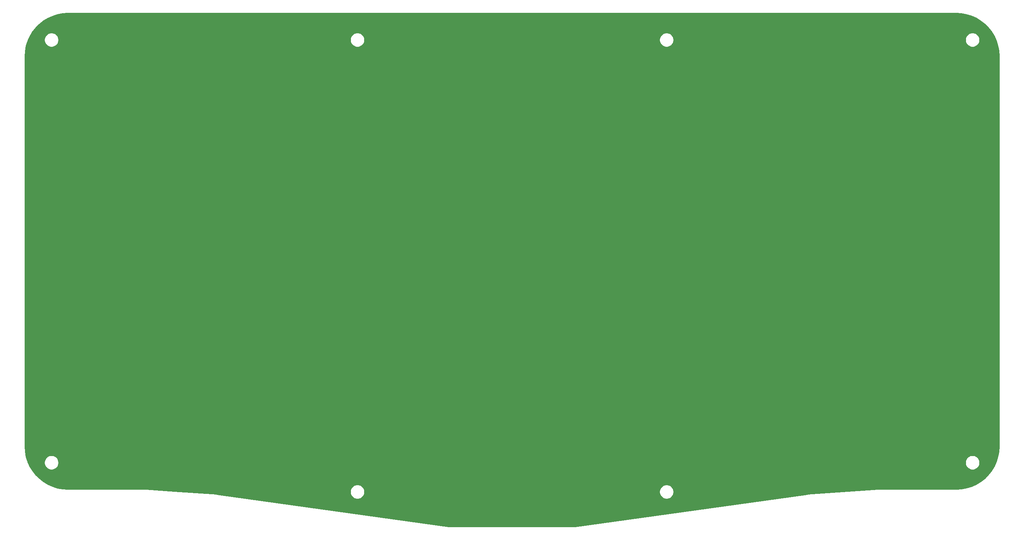
<source format=gbr>
G04 #@! TF.GenerationSoftware,KiCad,Pcbnew,(5.1.4)-1*
G04 #@! TF.CreationDate,2021-09-16T18:52:32-10:00*
G04 #@! TF.ProjectId,oya38split,6f796133-3873-4706-9c69-742e6b696361,rev?*
G04 #@! TF.SameCoordinates,Original*
G04 #@! TF.FileFunction,Copper,L2,Bot*
G04 #@! TF.FilePolarity,Positive*
%FSLAX46Y46*%
G04 Gerber Fmt 4.6, Leading zero omitted, Abs format (unit mm)*
G04 Created by KiCad (PCBNEW (5.1.4)-1) date 2021-09-16 18:52:32*
%MOMM*%
%LPD*%
G04 APERTURE LIST*
%ADD10C,0.254000*%
G04 APERTURE END LIST*
D10*
G36*
X265574337Y-18199394D02*
G01*
X266811736Y-18425383D01*
X268013022Y-18798392D01*
X269160792Y-19313017D01*
X270238426Y-19961805D01*
X271230319Y-20735363D01*
X272122093Y-21622479D01*
X272900829Y-22610300D01*
X273555252Y-23684525D01*
X274075879Y-24829585D01*
X274455176Y-26028911D01*
X274687640Y-27265102D01*
X274771154Y-28539280D01*
X274771250Y-28575959D01*
X274771251Y-123805105D01*
X274694356Y-125080587D01*
X274468367Y-126317988D01*
X274095358Y-127519272D01*
X273580731Y-128667046D01*
X272931938Y-129744686D01*
X272158384Y-130736572D01*
X271271271Y-131628343D01*
X270283447Y-132407081D01*
X269209226Y-133061502D01*
X268064165Y-133582129D01*
X266864841Y-133961426D01*
X265628648Y-134193890D01*
X264354470Y-134277404D01*
X264317792Y-134277500D01*
X245277973Y-134277500D01*
X245254828Y-134276851D01*
X245245591Y-134277500D01*
X245236331Y-134277500D01*
X245213278Y-134279771D01*
X228031321Y-135487054D01*
X228008404Y-135488005D01*
X227999017Y-135489324D01*
X227989556Y-135489989D01*
X227966933Y-135493833D01*
X171428185Y-143439835D01*
X140515573Y-143439835D01*
X83976856Y-135493839D01*
X83954194Y-135489988D01*
X83944716Y-135489322D01*
X83935345Y-135488005D01*
X83912465Y-135487056D01*
X73608167Y-134763029D01*
X116497321Y-134763029D01*
X116497321Y-135111971D01*
X116565396Y-135454207D01*
X116698930Y-135776586D01*
X116892791Y-136066720D01*
X117139530Y-136313459D01*
X117429664Y-136507320D01*
X117752043Y-136640854D01*
X118094279Y-136708929D01*
X118443221Y-136708929D01*
X118785457Y-136640854D01*
X119107836Y-136507320D01*
X119397970Y-136313459D01*
X119644709Y-136066720D01*
X119838570Y-135776586D01*
X119972104Y-135454207D01*
X120040179Y-135111971D01*
X120040179Y-134763029D01*
X191903571Y-134763029D01*
X191903571Y-135111971D01*
X191971646Y-135454207D01*
X192105180Y-135776586D01*
X192299041Y-136066720D01*
X192545780Y-136313459D01*
X192835914Y-136507320D01*
X193158293Y-136640854D01*
X193500529Y-136708929D01*
X193849471Y-136708929D01*
X194191707Y-136640854D01*
X194514086Y-136507320D01*
X194804220Y-136313459D01*
X195050959Y-136066720D01*
X195244820Y-135776586D01*
X195378354Y-135454207D01*
X195446429Y-135111971D01*
X195446429Y-134763029D01*
X195378354Y-134420793D01*
X195244820Y-134098414D01*
X195050959Y-133808280D01*
X194804220Y-133561541D01*
X194514086Y-133367680D01*
X194191707Y-133234146D01*
X193849471Y-133166071D01*
X193500529Y-133166071D01*
X193158293Y-133234146D01*
X192835914Y-133367680D01*
X192545780Y-133561541D01*
X192299041Y-133808280D01*
X192105180Y-134098414D01*
X191971646Y-134420793D01*
X191903571Y-134763029D01*
X120040179Y-134763029D01*
X119972104Y-134420793D01*
X119838570Y-134098414D01*
X119644709Y-133808280D01*
X119397970Y-133561541D01*
X119107836Y-133367680D01*
X118785457Y-133234146D01*
X118443221Y-133166071D01*
X118094279Y-133166071D01*
X117752043Y-133234146D01*
X117429664Y-133367680D01*
X117139530Y-133561541D01*
X116892791Y-133808280D01*
X116698930Y-134098414D01*
X116565396Y-134420793D01*
X116497321Y-134763029D01*
X73608167Y-134763029D01*
X66730474Y-134279771D01*
X66707419Y-134277500D01*
X66698158Y-134277500D01*
X66688921Y-134276851D01*
X66665776Y-134277500D01*
X47644878Y-134277500D01*
X46369413Y-134200606D01*
X45132012Y-133974617D01*
X43930728Y-133601608D01*
X42782954Y-133086981D01*
X41705314Y-132438188D01*
X40713428Y-131664634D01*
X39821657Y-130777521D01*
X39042919Y-129789697D01*
X38388498Y-128715476D01*
X37890089Y-127619279D01*
X41884821Y-127619279D01*
X41884821Y-127968221D01*
X41952896Y-128310457D01*
X42086430Y-128632836D01*
X42280291Y-128922970D01*
X42527030Y-129169709D01*
X42817164Y-129363570D01*
X43139543Y-129497104D01*
X43481779Y-129565179D01*
X43830721Y-129565179D01*
X44172957Y-129497104D01*
X44495336Y-129363570D01*
X44785470Y-129169709D01*
X45032209Y-128922970D01*
X45226070Y-128632836D01*
X45359604Y-128310457D01*
X45427679Y-127968221D01*
X45427679Y-127619279D01*
X266516071Y-127619279D01*
X266516071Y-127968221D01*
X266584146Y-128310457D01*
X266717680Y-128632836D01*
X266911541Y-128922970D01*
X267158280Y-129169709D01*
X267448414Y-129363570D01*
X267770793Y-129497104D01*
X268113029Y-129565179D01*
X268461971Y-129565179D01*
X268804207Y-129497104D01*
X269126586Y-129363570D01*
X269416720Y-129169709D01*
X269663459Y-128922970D01*
X269857320Y-128632836D01*
X269990854Y-128310457D01*
X270058929Y-127968221D01*
X270058929Y-127619279D01*
X269990854Y-127277043D01*
X269857320Y-126954664D01*
X269663459Y-126664530D01*
X269416720Y-126417791D01*
X269126586Y-126223930D01*
X268804207Y-126090396D01*
X268461971Y-126022321D01*
X268113029Y-126022321D01*
X267770793Y-126090396D01*
X267448414Y-126223930D01*
X267158280Y-126417791D01*
X266911541Y-126664530D01*
X266717680Y-126954664D01*
X266584146Y-127277043D01*
X266516071Y-127619279D01*
X45427679Y-127619279D01*
X45359604Y-127277043D01*
X45226070Y-126954664D01*
X45032209Y-126664530D01*
X44785470Y-126417791D01*
X44495336Y-126223930D01*
X44172957Y-126090396D01*
X43830721Y-126022321D01*
X43481779Y-126022321D01*
X43139543Y-126090396D01*
X42817164Y-126223930D01*
X42527030Y-126417791D01*
X42280291Y-126664530D01*
X42086430Y-126954664D01*
X41952896Y-127277043D01*
X41884821Y-127619279D01*
X37890089Y-127619279D01*
X37867871Y-127570415D01*
X37488574Y-126371091D01*
X37256110Y-125134898D01*
X37172596Y-123860720D01*
X37172500Y-123824042D01*
X37172500Y-28594878D01*
X37249394Y-27319413D01*
X37475383Y-26082014D01*
X37848392Y-24880728D01*
X38049687Y-24431779D01*
X41884821Y-24431779D01*
X41884821Y-24780721D01*
X41952896Y-25122957D01*
X42086430Y-25445336D01*
X42280291Y-25735470D01*
X42527030Y-25982209D01*
X42817164Y-26176070D01*
X43139543Y-26309604D01*
X43481779Y-26377679D01*
X43830721Y-26377679D01*
X44172957Y-26309604D01*
X44495336Y-26176070D01*
X44785470Y-25982209D01*
X45032209Y-25735470D01*
X45226070Y-25445336D01*
X45359604Y-25122957D01*
X45427679Y-24780721D01*
X45427679Y-24431779D01*
X116497321Y-24431779D01*
X116497321Y-24780721D01*
X116565396Y-25122957D01*
X116698930Y-25445336D01*
X116892791Y-25735470D01*
X117139530Y-25982209D01*
X117429664Y-26176070D01*
X117752043Y-26309604D01*
X118094279Y-26377679D01*
X118443221Y-26377679D01*
X118785457Y-26309604D01*
X119107836Y-26176070D01*
X119397970Y-25982209D01*
X119644709Y-25735470D01*
X119838570Y-25445336D01*
X119972104Y-25122957D01*
X120040179Y-24780721D01*
X120040179Y-24431779D01*
X191903571Y-24431779D01*
X191903571Y-24780721D01*
X191971646Y-25122957D01*
X192105180Y-25445336D01*
X192299041Y-25735470D01*
X192545780Y-25982209D01*
X192835914Y-26176070D01*
X193158293Y-26309604D01*
X193500529Y-26377679D01*
X193849471Y-26377679D01*
X194191707Y-26309604D01*
X194514086Y-26176070D01*
X194804220Y-25982209D01*
X195050959Y-25735470D01*
X195244820Y-25445336D01*
X195378354Y-25122957D01*
X195446429Y-24780721D01*
X195446429Y-24431779D01*
X266516071Y-24431779D01*
X266516071Y-24780721D01*
X266584146Y-25122957D01*
X266717680Y-25445336D01*
X266911541Y-25735470D01*
X267158280Y-25982209D01*
X267448414Y-26176070D01*
X267770793Y-26309604D01*
X268113029Y-26377679D01*
X268461971Y-26377679D01*
X268804207Y-26309604D01*
X269126586Y-26176070D01*
X269416720Y-25982209D01*
X269663459Y-25735470D01*
X269857320Y-25445336D01*
X269990854Y-25122957D01*
X270058929Y-24780721D01*
X270058929Y-24431779D01*
X269990854Y-24089543D01*
X269857320Y-23767164D01*
X269663459Y-23477030D01*
X269416720Y-23230291D01*
X269126586Y-23036430D01*
X268804207Y-22902896D01*
X268461971Y-22834821D01*
X268113029Y-22834821D01*
X267770793Y-22902896D01*
X267448414Y-23036430D01*
X267158280Y-23230291D01*
X266911541Y-23477030D01*
X266717680Y-23767164D01*
X266584146Y-24089543D01*
X266516071Y-24431779D01*
X195446429Y-24431779D01*
X195378354Y-24089543D01*
X195244820Y-23767164D01*
X195050959Y-23477030D01*
X194804220Y-23230291D01*
X194514086Y-23036430D01*
X194191707Y-22902896D01*
X193849471Y-22834821D01*
X193500529Y-22834821D01*
X193158293Y-22902896D01*
X192835914Y-23036430D01*
X192545780Y-23230291D01*
X192299041Y-23477030D01*
X192105180Y-23767164D01*
X191971646Y-24089543D01*
X191903571Y-24431779D01*
X120040179Y-24431779D01*
X119972104Y-24089543D01*
X119838570Y-23767164D01*
X119644709Y-23477030D01*
X119397970Y-23230291D01*
X119107836Y-23036430D01*
X118785457Y-22902896D01*
X118443221Y-22834821D01*
X118094279Y-22834821D01*
X117752043Y-22902896D01*
X117429664Y-23036430D01*
X117139530Y-23230291D01*
X116892791Y-23477030D01*
X116698930Y-23767164D01*
X116565396Y-24089543D01*
X116497321Y-24431779D01*
X45427679Y-24431779D01*
X45359604Y-24089543D01*
X45226070Y-23767164D01*
X45032209Y-23477030D01*
X44785470Y-23230291D01*
X44495336Y-23036430D01*
X44172957Y-22902896D01*
X43830721Y-22834821D01*
X43481779Y-22834821D01*
X43139543Y-22902896D01*
X42817164Y-23036430D01*
X42527030Y-23230291D01*
X42280291Y-23477030D01*
X42086430Y-23767164D01*
X41952896Y-24089543D01*
X41884821Y-24431779D01*
X38049687Y-24431779D01*
X38363017Y-23732958D01*
X39011805Y-22655324D01*
X39785363Y-21663431D01*
X40672479Y-20771657D01*
X41660300Y-19992921D01*
X42734525Y-19338498D01*
X43879585Y-18817871D01*
X45078911Y-18438574D01*
X46315102Y-18206110D01*
X47589280Y-18122596D01*
X47625958Y-18122500D01*
X264298872Y-18122500D01*
X265574337Y-18199394D01*
X265574337Y-18199394D01*
G37*
X265574337Y-18199394D02*
X266811736Y-18425383D01*
X268013022Y-18798392D01*
X269160792Y-19313017D01*
X270238426Y-19961805D01*
X271230319Y-20735363D01*
X272122093Y-21622479D01*
X272900829Y-22610300D01*
X273555252Y-23684525D01*
X274075879Y-24829585D01*
X274455176Y-26028911D01*
X274687640Y-27265102D01*
X274771154Y-28539280D01*
X274771250Y-28575959D01*
X274771251Y-123805105D01*
X274694356Y-125080587D01*
X274468367Y-126317988D01*
X274095358Y-127519272D01*
X273580731Y-128667046D01*
X272931938Y-129744686D01*
X272158384Y-130736572D01*
X271271271Y-131628343D01*
X270283447Y-132407081D01*
X269209226Y-133061502D01*
X268064165Y-133582129D01*
X266864841Y-133961426D01*
X265628648Y-134193890D01*
X264354470Y-134277404D01*
X264317792Y-134277500D01*
X245277973Y-134277500D01*
X245254828Y-134276851D01*
X245245591Y-134277500D01*
X245236331Y-134277500D01*
X245213278Y-134279771D01*
X228031321Y-135487054D01*
X228008404Y-135488005D01*
X227999017Y-135489324D01*
X227989556Y-135489989D01*
X227966933Y-135493833D01*
X171428185Y-143439835D01*
X140515573Y-143439835D01*
X83976856Y-135493839D01*
X83954194Y-135489988D01*
X83944716Y-135489322D01*
X83935345Y-135488005D01*
X83912465Y-135487056D01*
X73608167Y-134763029D01*
X116497321Y-134763029D01*
X116497321Y-135111971D01*
X116565396Y-135454207D01*
X116698930Y-135776586D01*
X116892791Y-136066720D01*
X117139530Y-136313459D01*
X117429664Y-136507320D01*
X117752043Y-136640854D01*
X118094279Y-136708929D01*
X118443221Y-136708929D01*
X118785457Y-136640854D01*
X119107836Y-136507320D01*
X119397970Y-136313459D01*
X119644709Y-136066720D01*
X119838570Y-135776586D01*
X119972104Y-135454207D01*
X120040179Y-135111971D01*
X120040179Y-134763029D01*
X191903571Y-134763029D01*
X191903571Y-135111971D01*
X191971646Y-135454207D01*
X192105180Y-135776586D01*
X192299041Y-136066720D01*
X192545780Y-136313459D01*
X192835914Y-136507320D01*
X193158293Y-136640854D01*
X193500529Y-136708929D01*
X193849471Y-136708929D01*
X194191707Y-136640854D01*
X194514086Y-136507320D01*
X194804220Y-136313459D01*
X195050959Y-136066720D01*
X195244820Y-135776586D01*
X195378354Y-135454207D01*
X195446429Y-135111971D01*
X195446429Y-134763029D01*
X195378354Y-134420793D01*
X195244820Y-134098414D01*
X195050959Y-133808280D01*
X194804220Y-133561541D01*
X194514086Y-133367680D01*
X194191707Y-133234146D01*
X193849471Y-133166071D01*
X193500529Y-133166071D01*
X193158293Y-133234146D01*
X192835914Y-133367680D01*
X192545780Y-133561541D01*
X192299041Y-133808280D01*
X192105180Y-134098414D01*
X191971646Y-134420793D01*
X191903571Y-134763029D01*
X120040179Y-134763029D01*
X119972104Y-134420793D01*
X119838570Y-134098414D01*
X119644709Y-133808280D01*
X119397970Y-133561541D01*
X119107836Y-133367680D01*
X118785457Y-133234146D01*
X118443221Y-133166071D01*
X118094279Y-133166071D01*
X117752043Y-133234146D01*
X117429664Y-133367680D01*
X117139530Y-133561541D01*
X116892791Y-133808280D01*
X116698930Y-134098414D01*
X116565396Y-134420793D01*
X116497321Y-134763029D01*
X73608167Y-134763029D01*
X66730474Y-134279771D01*
X66707419Y-134277500D01*
X66698158Y-134277500D01*
X66688921Y-134276851D01*
X66665776Y-134277500D01*
X47644878Y-134277500D01*
X46369413Y-134200606D01*
X45132012Y-133974617D01*
X43930728Y-133601608D01*
X42782954Y-133086981D01*
X41705314Y-132438188D01*
X40713428Y-131664634D01*
X39821657Y-130777521D01*
X39042919Y-129789697D01*
X38388498Y-128715476D01*
X37890089Y-127619279D01*
X41884821Y-127619279D01*
X41884821Y-127968221D01*
X41952896Y-128310457D01*
X42086430Y-128632836D01*
X42280291Y-128922970D01*
X42527030Y-129169709D01*
X42817164Y-129363570D01*
X43139543Y-129497104D01*
X43481779Y-129565179D01*
X43830721Y-129565179D01*
X44172957Y-129497104D01*
X44495336Y-129363570D01*
X44785470Y-129169709D01*
X45032209Y-128922970D01*
X45226070Y-128632836D01*
X45359604Y-128310457D01*
X45427679Y-127968221D01*
X45427679Y-127619279D01*
X266516071Y-127619279D01*
X266516071Y-127968221D01*
X266584146Y-128310457D01*
X266717680Y-128632836D01*
X266911541Y-128922970D01*
X267158280Y-129169709D01*
X267448414Y-129363570D01*
X267770793Y-129497104D01*
X268113029Y-129565179D01*
X268461971Y-129565179D01*
X268804207Y-129497104D01*
X269126586Y-129363570D01*
X269416720Y-129169709D01*
X269663459Y-128922970D01*
X269857320Y-128632836D01*
X269990854Y-128310457D01*
X270058929Y-127968221D01*
X270058929Y-127619279D01*
X269990854Y-127277043D01*
X269857320Y-126954664D01*
X269663459Y-126664530D01*
X269416720Y-126417791D01*
X269126586Y-126223930D01*
X268804207Y-126090396D01*
X268461971Y-126022321D01*
X268113029Y-126022321D01*
X267770793Y-126090396D01*
X267448414Y-126223930D01*
X267158280Y-126417791D01*
X266911541Y-126664530D01*
X266717680Y-126954664D01*
X266584146Y-127277043D01*
X266516071Y-127619279D01*
X45427679Y-127619279D01*
X45359604Y-127277043D01*
X45226070Y-126954664D01*
X45032209Y-126664530D01*
X44785470Y-126417791D01*
X44495336Y-126223930D01*
X44172957Y-126090396D01*
X43830721Y-126022321D01*
X43481779Y-126022321D01*
X43139543Y-126090396D01*
X42817164Y-126223930D01*
X42527030Y-126417791D01*
X42280291Y-126664530D01*
X42086430Y-126954664D01*
X41952896Y-127277043D01*
X41884821Y-127619279D01*
X37890089Y-127619279D01*
X37867871Y-127570415D01*
X37488574Y-126371091D01*
X37256110Y-125134898D01*
X37172596Y-123860720D01*
X37172500Y-123824042D01*
X37172500Y-28594878D01*
X37249394Y-27319413D01*
X37475383Y-26082014D01*
X37848392Y-24880728D01*
X38049687Y-24431779D01*
X41884821Y-24431779D01*
X41884821Y-24780721D01*
X41952896Y-25122957D01*
X42086430Y-25445336D01*
X42280291Y-25735470D01*
X42527030Y-25982209D01*
X42817164Y-26176070D01*
X43139543Y-26309604D01*
X43481779Y-26377679D01*
X43830721Y-26377679D01*
X44172957Y-26309604D01*
X44495336Y-26176070D01*
X44785470Y-25982209D01*
X45032209Y-25735470D01*
X45226070Y-25445336D01*
X45359604Y-25122957D01*
X45427679Y-24780721D01*
X45427679Y-24431779D01*
X116497321Y-24431779D01*
X116497321Y-24780721D01*
X116565396Y-25122957D01*
X116698930Y-25445336D01*
X116892791Y-25735470D01*
X117139530Y-25982209D01*
X117429664Y-26176070D01*
X117752043Y-26309604D01*
X118094279Y-26377679D01*
X118443221Y-26377679D01*
X118785457Y-26309604D01*
X119107836Y-26176070D01*
X119397970Y-25982209D01*
X119644709Y-25735470D01*
X119838570Y-25445336D01*
X119972104Y-25122957D01*
X120040179Y-24780721D01*
X120040179Y-24431779D01*
X191903571Y-24431779D01*
X191903571Y-24780721D01*
X191971646Y-25122957D01*
X192105180Y-25445336D01*
X192299041Y-25735470D01*
X192545780Y-25982209D01*
X192835914Y-26176070D01*
X193158293Y-26309604D01*
X193500529Y-26377679D01*
X193849471Y-26377679D01*
X194191707Y-26309604D01*
X194514086Y-26176070D01*
X194804220Y-25982209D01*
X195050959Y-25735470D01*
X195244820Y-25445336D01*
X195378354Y-25122957D01*
X195446429Y-24780721D01*
X195446429Y-24431779D01*
X266516071Y-24431779D01*
X266516071Y-24780721D01*
X266584146Y-25122957D01*
X266717680Y-25445336D01*
X266911541Y-25735470D01*
X267158280Y-25982209D01*
X267448414Y-26176070D01*
X267770793Y-26309604D01*
X268113029Y-26377679D01*
X268461971Y-26377679D01*
X268804207Y-26309604D01*
X269126586Y-26176070D01*
X269416720Y-25982209D01*
X269663459Y-25735470D01*
X269857320Y-25445336D01*
X269990854Y-25122957D01*
X270058929Y-24780721D01*
X270058929Y-24431779D01*
X269990854Y-24089543D01*
X269857320Y-23767164D01*
X269663459Y-23477030D01*
X269416720Y-23230291D01*
X269126586Y-23036430D01*
X268804207Y-22902896D01*
X268461971Y-22834821D01*
X268113029Y-22834821D01*
X267770793Y-22902896D01*
X267448414Y-23036430D01*
X267158280Y-23230291D01*
X266911541Y-23477030D01*
X266717680Y-23767164D01*
X266584146Y-24089543D01*
X266516071Y-24431779D01*
X195446429Y-24431779D01*
X195378354Y-24089543D01*
X195244820Y-23767164D01*
X195050959Y-23477030D01*
X194804220Y-23230291D01*
X194514086Y-23036430D01*
X194191707Y-22902896D01*
X193849471Y-22834821D01*
X193500529Y-22834821D01*
X193158293Y-22902896D01*
X192835914Y-23036430D01*
X192545780Y-23230291D01*
X192299041Y-23477030D01*
X192105180Y-23767164D01*
X191971646Y-24089543D01*
X191903571Y-24431779D01*
X120040179Y-24431779D01*
X119972104Y-24089543D01*
X119838570Y-23767164D01*
X119644709Y-23477030D01*
X119397970Y-23230291D01*
X119107836Y-23036430D01*
X118785457Y-22902896D01*
X118443221Y-22834821D01*
X118094279Y-22834821D01*
X117752043Y-22902896D01*
X117429664Y-23036430D01*
X117139530Y-23230291D01*
X116892791Y-23477030D01*
X116698930Y-23767164D01*
X116565396Y-24089543D01*
X116497321Y-24431779D01*
X45427679Y-24431779D01*
X45359604Y-24089543D01*
X45226070Y-23767164D01*
X45032209Y-23477030D01*
X44785470Y-23230291D01*
X44495336Y-23036430D01*
X44172957Y-22902896D01*
X43830721Y-22834821D01*
X43481779Y-22834821D01*
X43139543Y-22902896D01*
X42817164Y-23036430D01*
X42527030Y-23230291D01*
X42280291Y-23477030D01*
X42086430Y-23767164D01*
X41952896Y-24089543D01*
X41884821Y-24431779D01*
X38049687Y-24431779D01*
X38363017Y-23732958D01*
X39011805Y-22655324D01*
X39785363Y-21663431D01*
X40672479Y-20771657D01*
X41660300Y-19992921D01*
X42734525Y-19338498D01*
X43879585Y-18817871D01*
X45078911Y-18438574D01*
X46315102Y-18206110D01*
X47589280Y-18122596D01*
X47625958Y-18122500D01*
X264298872Y-18122500D01*
X265574337Y-18199394D01*
M02*

</source>
